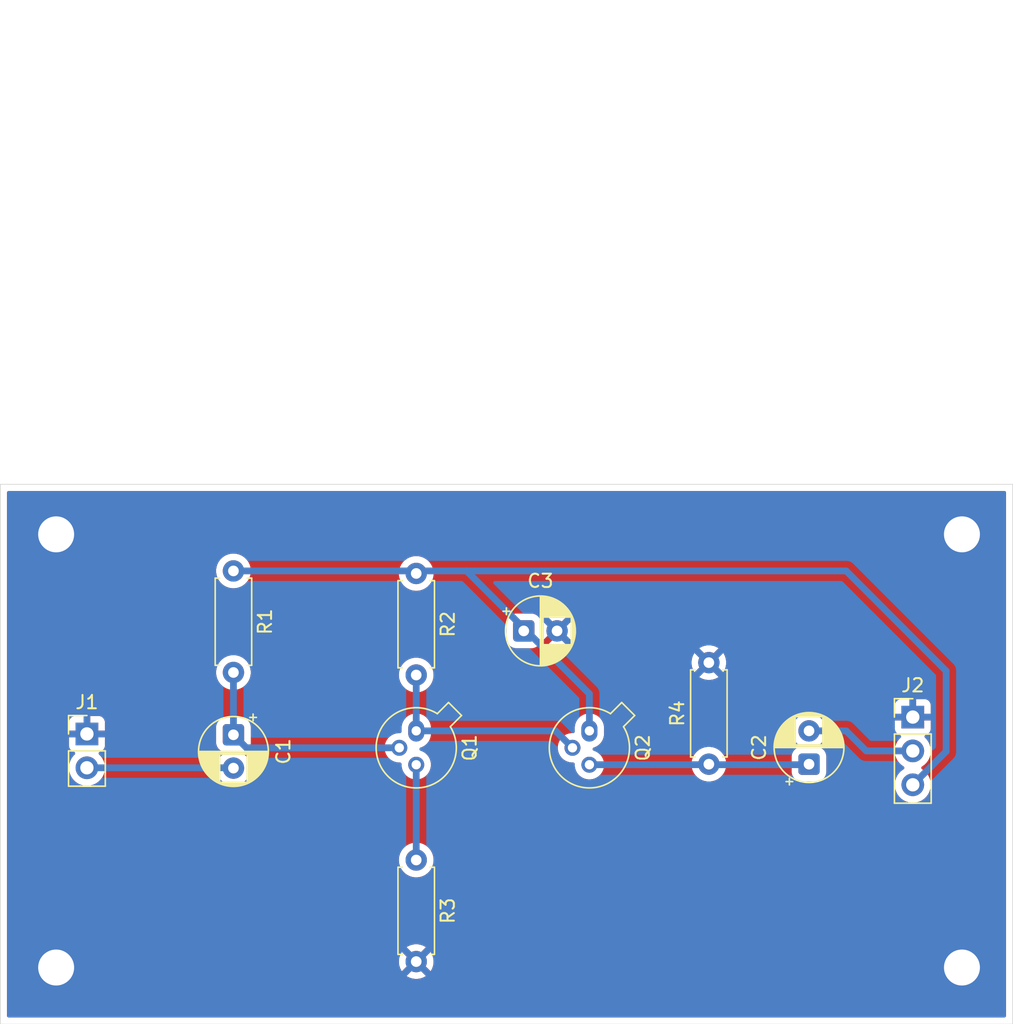
<source format=kicad_pcb>
(kicad_pcb (version 20241229) (generator "pcbnew") (generator_version "9.0")
  (layers (0 "F.Cu" signal) (2 "B.Cu" signal) (13 "F.Paste" user) (15 "B.Paste" user) (5 "F.SilkS" user "F.Silkscreen") (7 "B.SilkS" user "B.Silkscreen") (1 "F.Mask" user) (3 "B.Mask" user) (25 "Edge.Cuts" user))
  (net 0 "")
  (net 1 "0")
  (net 2 "Net-(J1-Pin_2)")
  (net 3 "Net-(Q1-B)")
  (net 4 "Net-(Q2-E)")
  (net 5 "/out")
  (net 6 "/+12V")
  (net 7 "Net-(Q1-C)")
  (net 8 "Net-(Q1-E)")
  (footprint "Package_TO_SOT_THT:TO-18-3" (layer "F.Cu") (at 127.221961 95.5 -90)
    (property "Reference" "Q2" (at 1.27 -4.01 90) (layer "F.SilkS"))
    (property "Value" "2N2222")
    (fp_line (start -2.130108 -2.424301) (end -1.289618 -1.583811) (stroke (width 0.12)) (layer "F.SilkS"))
    (fp_line (start -0.313811 -2.559618) (end -1.154301 -3.400108) (stroke (width 0.12)) (layer "F.SilkS"))
    (fp_line (start -1.154301 -3.400108) (end -2.130108 -2.424301) (stroke (width 0.12)) (layer "F.SilkS"))
    (fp_arc (start -0.313811 -2.559618) (mid 3.398391 2.128391) (end -1.289618 -1.583811) (stroke (width 0.12)) (layer "F.SilkS"))
    (pad "1" thru_hole oval (at 0 0 270) (size 1.6 1.2) (drill 0.7) (layers "*.Cu" "*.Mask") (net 6 "/+12V"))
    (pad "2" thru_hole circle (at 1.27 1.27 270) (size 1.2 1.2) (drill 0.7) (layers "*.Cu" "*.Mask") (net 7 "Net-(Q1-C)"))
    (pad "3" thru_hole circle (at 2.54 0 270) (size 1.2 1.2) (drill 0.7) (layers "*.Cu" "*.Mask") (net 4 "Net-(Q2-E)"))
  )
  (footprint "MountingHole:MountingHole_2.7mm_Pad" (layer "F.Cu") (at 155.19 113.254888)
    (property "Reference" "REF3" (hide yes))
    (property "Value" "MountingHole_2.7mm_Pad" (hide yes))
    (pad "1" thru_hole roundrect (at 0 0) (size 5.4 5.4) (drill 2.7) (layers "*.Cu" "*.Mask") (net 1 "0"))
  )
  (footprint "MountingHole:MountingHole_2.7mm_Pad" (layer "F.Cu") (at 87.19 80.754888)
    (property "Reference" "REF1" (hide yes))
    (property "Value" "MountingHole_2.7mm_Pad" (hide yes))
    (pad "1" thru_hole circle (at 0 0) (size 5.4 5.4) (drill 2.7) (layers "*.Cu" "*.Mask") (net 1 "0"))
  )
  (footprint "Connector_PinHeader_2.54mm:PinHeader_1x02_P2.54mm_Vertical" (layer "F.Cu") (at 89.5 95.729888)
    (property "Reference" "J1" (at 0 -2.38 0) (layer "F.SilkS"))
    (property "Value" "Conn_01x02")
    (fp_line (start -1.38 -1.38) (end 0 -1.38) (stroke (width 0.12)) (layer "F.SilkS"))
    (fp_line (start -1.38 0) (end -1.38 -1.38) (stroke (width 0.12)) (layer "F.SilkS"))
    (fp_line (start -1.38 1.27) (end -1.38 3.92) (stroke (width 0.12)) (layer "F.SilkS"))
    (fp_line (start -1.38 1.27) (end 1.38 1.27) (stroke (width 0.12)) (layer "F.SilkS"))
    (fp_line (start -1.38 3.92) (end 1.38 3.92) (stroke (width 0.12)) (layer "F.SilkS"))
    (fp_line (start 1.38 1.27) (end 1.38 3.92) (stroke (width 0.12)) (layer "F.SilkS"))
    (pad "1" thru_hole rect (at 0 0) (size 1.7 1.7) (drill 1) (layers "*.Cu" "*.Mask") (net 1 "0"))
    (pad "2" thru_hole circle (at 0 2.54) (size 1.7 1.7) (drill 1) (layers "*.Cu" "*.Mask") (net 2 "Net-(J1-Pin_2)"))
  )
  (footprint "Resistor_THT:R_Axial_DIN0207_L6.3mm_D2.5mm_P7.62mm_Horizontal" (layer "F.Cu") (at 136.19 98 90)
    (property "Reference" "R4" (at 3.81 -2.37 90) (layer "F.SilkS"))
    (property "Value" "1k")
    (fp_line (start 7.08 -1.37) (end 7.08 -1.04) (stroke (width 0.12)) (layer "F.SilkS"))
    (fp_line (start 0.54 -1.37) (end 7.08 -1.37) (stroke (width 0.12)) (layer "F.SilkS"))
    (fp_line (start 0.54 -1.04) (end 0.54 -1.37) (stroke (width 0.12)) (layer "F.SilkS"))
    (fp_line (start 0.54 1.04) (end 0.54 1.37) (stroke (width 0.12)) (layer "F.SilkS"))
    (fp_line (start 7.08 1.37) (end 7.08 1.04) (stroke (width 0.12)) (layer "F.SilkS"))
    (fp_line (start 0.54 1.37) (end 7.08 1.37) (stroke (width 0.12)) (layer "F.SilkS"))
    (pad "1" thru_hole circle (at 0 0 90) (size 1.6 1.6) (drill 0.8) (layers "*.Cu" "*.Mask") (net 4 "Net-(Q2-E)"))
    (pad "2" thru_hole circle (at 7.62 0 90) (size 1.6 1.6) (drill 0.8) (layers "*.Cu" "*.Mask") (net 1 "0"))
  )
  (footprint "Package_TO_SOT_THT:TO-18-3" (layer "F.Cu") (at 114.221961 95.5 -90)
    (property "Reference" "Q1" (at 1.27 -4.01 90) (layer "F.SilkS"))
    (property "Value" "2N2222")
    (fp_line (start -2.130108 -2.424301) (end -1.289618 -1.583811) (stroke (width 0.12)) (layer "F.SilkS"))
    (fp_line (start -0.313811 -2.559618) (end -1.154301 -3.400108) (stroke (width 0.12)) (layer "F.SilkS"))
    (fp_line (start -1.154301 -3.400108) (end -2.130108 -2.424301) (stroke (width 0.12)) (layer "F.SilkS"))
    (fp_arc (start -0.313811 -2.559618) (mid 3.398391 2.128391) (end -1.289618 -1.583811) (stroke (width 0.12)) (layer "F.SilkS"))
    (pad "1" thru_hole oval (at 0 0 270) (size 1.6 1.2) (drill 0.7) (layers "*.Cu" "*.Mask") (net 7 "Net-(Q1-C)"))
    (pad "2" thru_hole circle (at 1.27 1.27 270) (size 1.2 1.2) (drill 0.7) (layers "*.Cu" "*.Mask") (net 3 "Net-(Q1-B)"))
    (pad "3" thru_hole circle (at 2.54 0 270) (size 1.2 1.2) (drill 0.7) (layers "*.Cu" "*.Mask") (net 8 "Net-(Q1-E)"))
  )
  (footprint "Connector_PinHeader_2.54mm:PinHeader_1x03_P2.54mm_Vertical" (layer "F.Cu") (at 151.5 94.464888)
    (property "Reference" "J2" (at 0 -2.38 0) (layer "F.SilkS"))
    (property "Value" "Conn_01x03")
    (fp_line (start -1.38 -1.38) (end 0 -1.38) (stroke (width 0.12)) (layer "F.SilkS"))
    (fp_line (start -1.38 0) (end -1.38 -1.38) (stroke (width 0.12)) (layer "F.SilkS"))
    (fp_line (start -1.38 1.27) (end -1.38 6.46) (stroke (width 0.12)) (layer "F.SilkS"))
    (fp_line (start -1.38 1.27) (end 1.38 1.27) (stroke (width 0.12)) (layer "F.SilkS"))
    (fp_line (start -1.38 6.46) (end 1.38 6.46) (stroke (width 0.12)) (layer "F.SilkS"))
    (fp_line (start 1.38 1.27) (end 1.38 6.46) (stroke (width 0.12)) (layer "F.SilkS"))
    (pad "1" thru_hole rect (at 0 0) (size 1.7 1.7) (drill 1) (layers "*.Cu" "*.Mask") (net 1 "0"))
    (pad "2" thru_hole circle (at 0 2.54) (size 1.7 1.7) (drill 1) (layers "*.Cu" "*.Mask") (net 5 "/out"))
    (pad "3" thru_hole circle (at 0 5.08) (size 1.7 1.7) (drill 1) (layers "*.Cu" "*.Mask") (net 6 "/+12V"))
  )
  (footprint "Capacitor_THT:CP_Radial_D5.0mm_P2.50mm" (layer "F.Cu") (at 122.294888 88)
    (property "Reference" "C3" (at 1.25 -3.75 0) (layer "F.SilkS"))
    (property "Value" "10u")
    (fp_line (start -1.554775 -1.475) (end -1.054775 -1.475) (stroke (width 0.12)) (layer "F.SilkS"))
    (fp_line (start -1.304775 -1.725) (end -1.304775 -1.225) (stroke (width 0.12)) (layer "F.SilkS"))
    (fp_line (start 1.25 -2.58) (end 1.25 2.58) (stroke (width 0.12)) (layer "F.SilkS"))
    (fp_line (start 1.29 -2.58) (end 1.29 2.58) (stroke (width 0.12)) (layer "F.SilkS"))
    (fp_line (start 1.33 -2.579) (end 1.33 2.579) (stroke (width 0.12)) (layer "F.SilkS"))
    (fp_line (start 1.37 -2.577) (end 1.37 2.577) (stroke (width 0.12)) (layer "F.SilkS"))
    (fp_line (start 1.41 -2.575) (end 1.41 2.575) (stroke (width 0.12)) (layer "F.SilkS"))
    (fp_line (start 1.45 -2.572) (end 1.45 2.572) (stroke (width 0.12)) (layer "F.SilkS"))
    (fp_line (start 1.49 -2.569) (end 1.49 -1.04) (stroke (width 0.12)) (layer "F.SilkS"))
    (fp_line (start 1.49 1.04) (end 1.49 2.569) (stroke (width 0.12)) (layer "F.SilkS"))
    (fp_line (start 1.53 -2.565) (end 1.53 -1.04) (stroke (width 0.12)) (layer "F.SilkS"))
    (fp_line (start 1.53 1.04) (end 1.53 2.565) (stroke (width 0.12)) (layer "F.SilkS"))
    (fp_line (start 1.57 -2.56) (end 1.57 -1.04) (stroke (width 0.12)) (layer "F.SilkS"))
    (fp_line (start 1.57 1.04) (end 1.57 2.56) (stroke (width 0.12)) (layer "F.SilkS"))
    (fp_line (start 1.61 -2.555) (end 1.61 -1.04) (stroke (width 0.12)) (layer "F.SilkS"))
    (fp_line (start 1.61 1.04) (end 1.61 2.555) (stroke (width 0.12)) (layer "F.SilkS"))
    (fp_line (start 1.65 -2.549) (end 1.65 -1.04) (stroke (width 0.12)) (layer "F.SilkS"))
    (fp_line (start 1.65 1.04) (end 1.65 2.549) (stroke (width 0.12)) (layer "F.SilkS"))
    (fp_line (start 1.69 -2.543) (end 1.69 -1.04) (stroke (width 0.12)) (layer "F.SilkS"))
    (fp_line (start 1.69 1.04) (end 1.69 2.543) (stroke (width 0.12)) (layer "F.SilkS"))
    (fp_line (start 1.73 -2.536) (end 1.73 -1.04) (stroke (width 0.12)) (layer "F.SilkS"))
    (fp_line (start 1.73 1.04) (end 1.73 2.536) (stroke (width 0.12)) (layer "F.SilkS"))
    (fp_line (start 1.77 -2.528) (end 1.77 -1.04) (stroke (width 0.12)) (layer "F.SilkS"))
    (fp_line (start 1.77 1.04) (end 1.77 2.528) (stroke (width 0.12)) (layer "F.SilkS"))
    (fp_line (start 1.81 -2.519) (end 1.81 -1.04) (stroke (width 0.12)) (layer "F.SilkS"))
    (fp_line (start 1.81 1.04) (end 1.81 2.519) (stroke (width 0.12)) (layer "F.SilkS"))
    (fp_line (start 1.85 -2.51) (end 1.85 -1.04) (stroke (width 0.12)) (layer "F.SilkS"))
    (fp_line (start 1.85 1.04) (end 1.85 2.51) (stroke (width 0.12)) (layer "F.SilkS"))
    (fp_line (start 1.89 -2.501) (end 1.89 -1.04) (stroke (width 0.12)) (layer "F.SilkS"))
    (fp_line (start 1.89 1.04) (end 1.89 2.501) (stroke (width 0.12)) (layer "F.SilkS"))
    (fp_line (start 1.93 -2.49) (end 1.93 -1.04) (stroke (width 0.12)) (layer "F.SilkS"))
    (fp_line (start 1.93 1.04) (end 1.93 2.49) (stroke (width 0.12)) (layer "F.SilkS"))
    (fp_line (start 1.97 -2.479) (end 1.97 -1.04) (stroke (width 0.12)) (layer "F.SilkS"))
    (fp_line (start 1.97 1.04) (end 1.97 2.479) (stroke (width 0.12)) (layer "F.SilkS"))
    (fp_line (start 2.01 -2.467) (end 2.01 -1.04) (stroke (width 0.12)) (layer "F.SilkS"))
    (fp_line (start 2.01 1.04) (end 2.01 2.467) (stroke (width 0.12)) (layer "F.SilkS"))
    (fp_line (start 2.05 -2.455) (end 2.05 -1.04) (stroke (width 0.12)) (layer "F.SilkS"))
    (fp_line (start 2.05 1.04) (end 2.05 2.455) (stroke (width 0.12)) (layer "F.SilkS"))
    (fp_line (start 2.09 -2.442) (end 2.09 -1.04) (stroke (width 0.12)) (layer "F.SilkS"))
    (fp_line (start 2.09 1.04) (end 2.09 2.442) (stroke (width 0.12)) (layer "F.SilkS"))
    (fp_line (start 2.13 -2.428) (end 2.13 -1.04) (stroke (width 0.12)) (layer "F.SilkS"))
    (fp_line (start 2.13 1.04) (end 2.13 2.428) (stroke (width 0.12)) (layer "F.SilkS"))
    (fp_line (start 2.17 -2.413) (end 2.17 -1.04) (stroke (width 0.12)) (layer "F.SilkS"))
    (fp_line (start 2.17 1.04) (end 2.17 2.413) (stroke (width 0.12)) (layer "F.SilkS"))
    (fp_line (start 2.21 -2.398) (end 2.21 -1.04) (stroke (width 0.12)) (layer "F.SilkS"))
    (fp_line (start 2.21 1.04) (end 2.21 2.398) (stroke (width 0.12)) (layer "F.SilkS"))
    (fp_line (start 2.25 -2.382) (end 2.25 -1.04) (stroke (width 0.12)) (layer "F.SilkS"))
    (fp_line (start 2.25 1.04) (end 2.25 2.382) (stroke (width 0.12)) (layer "F.SilkS"))
    (fp_line (start 2.29 -2.365) (end 2.29 -1.04) (stroke (width 0.12)) (layer "F.SilkS"))
    (fp_line (start 2.29 1.04) (end 2.29 2.365) (stroke (width 0.12)) (layer "F.SilkS"))
    (fp_line (start 2.33 -2.347) (end 2.33 -1.04) (stroke (width 0.12)) (layer "F.SilkS"))
    (fp_line (start 2.33 1.04) (end 2.33 2.347) (stroke (width 0.12)) (layer "F.SilkS"))
    (fp_line (start 2.37 -2.329) (end 2.37 -1.04) (stroke (width 0.12)) (layer "F.SilkS"))
    (fp_line (start 2.37 1.04) (end 2.37 2.329) (stroke (width 0.12)) (layer "F.SilkS"))
    (fp_line (start 2.41 -2.309) (end 2.41 -1.04) (stroke (width 0.12)) (layer "F.SilkS"))
    (fp_line (start 2.41 1.04) (end 2.41 2.309) (stroke (width 0.12)) (layer "F.SilkS"))
    (fp_line (start 2.45 -2.289) (end 2.45 -1.04) (stroke (width 0.12)) (layer "F.SilkS"))
    (fp_line (start 2.45 1.04) (end 2.45 2.289) (stroke (width 0.12)) (layer "F.SilkS"))
    (fp_line (start 2.49 -2.268) (end 2.49 -1.04) (stroke (width 0.12)) (layer "F.SilkS"))
    (fp_line (start 2.49 1.04) (end 2.49 2.268) (stroke (width 0.12)) (layer "F.SilkS"))
    (fp_line (start 2.53 -2.246) (end 2.53 -1.04) (stroke (width 0.12)) (layer "F.SilkS"))
    (fp_line (start 2.53 1.04) (end 2.53 2.246) (stroke (width 0.12)) (layer "F.SilkS"))
    (fp_line (start 2.57 -2.223) (end 2.57 -1.04) (stroke (width 0.12)) (layer "F.SilkS"))
    (fp_line (start 2.57 1.04) (end 2.57 2.223) (stroke (width 0.12)) (layer "F.SilkS"))
    (fp_line (start 2.61 -2.199) (end 2.61 -1.04) (stroke (width 0.12)) (layer "F.SilkS"))
    (fp_line (start 2.61 1.04) (end 2.61 2.199) (stroke (width 0.12)) (layer "F.SilkS"))
    (fp_line (start 2.65 -2.175) (end 2.65 -1.04) (stroke (width 0.12)) (layer "F.SilkS"))
    (fp_line (start 2.65 1.04) (end 2.65 2.175) (stroke (width 0.12)) (layer "F.SilkS"))
    (fp_line (start 2.69 -2.149) (end 2.69 -1.04) (stroke (width 0.12)) (layer "F.SilkS"))
    (fp_line (start 2.69 1.04) (end 2.69 2.149) (stroke (width 0.12)) (layer "F.SilkS"))
    (fp_line (start 2.73 -2.122) (end 2.73 -1.04) (stroke (width 0.12)) (layer "F.SilkS"))
    (fp_line (start 2.73 1.04) (end 2.73 2.122) (stroke (width 0.12)) (layer "F.SilkS"))
    (fp_line (start 2.77 -2.094) (end 2.77 -1.04) (stroke (width 0.12)) (layer "F.SilkS"))
    (fp_line (start 2.77 1.04) (end 2.77 2.094) (stroke (width 0.12)) (layer "F.SilkS"))
    (fp_line (start 2.81 -2.065) (end 2.81 -1.04) (stroke (width 0.12)) (layer "F.SilkS"))
    (fp_line (start 2.81 1.04) (end 2.81 2.065) (stroke (width 0.12)) (layer "F.SilkS"))
    (fp_line (start 2.85 -2.035) (end 2.85 -1.04) (stroke (width 0.12)) (layer "F.SilkS"))
    (fp_line (start 2.85 1.04) (end 2.85 2.035) (stroke (width 0.12)) (layer "F.SilkS"))
    (fp_line (start 2.89 -2.003) (end 2.89 -1.04) (stroke (width 0.12)) (layer "F.SilkS"))
    (fp_line (start 2.89 1.04) (end 2.89 2.003) (stroke (width 0.12)) (layer "F.SilkS"))
    (fp_line (start 2.93 -1.97) (end 2.93 -1.04) (stroke (width 0.12)) (layer "F.SilkS"))
    (fp_line (start 2.93 1.04) (end 2.93 1.97) (stroke (width 0.12)) (layer "F.SilkS"))
    (fp_line (start 2.97 -1.936) (end 2.97 -1.04) (stroke (width 0.12)) (layer "F.SilkS"))
    (fp_line (start 2.97 1.04) (end 2.97 1.936) (stroke (width 0.12)) (layer "F.SilkS"))
    (fp_line (start 3.01 -1.901) (end 3.01 -1.04) (stroke (width 0.12)) (layer "F.SilkS"))
    (fp_line (start 3.01 1.04) (end 3.01 1.901) (stroke (width 0.12)) (layer "F.SilkS"))
    (fp_line (start 3.05 -1.864) (end 3.05 -1.04) (stroke (width 0.12)) (layer "F.SilkS"))
    (fp_line (start 3.05 1.04) (end 3.05 1.864) (stroke (width 0.12)) (layer "F.SilkS"))
    (fp_line (start 3.09 -1.825) (end 3.09 -1.04) (stroke (width 0.12)) (layer "F.SilkS"))
    (fp_line (start 3.09 1.04) (end 3.09 1.825) (stroke (width 0.12)) (layer "F.SilkS"))
    (fp_line (start 3.13 -1.785) (end 3.13 -1.04) (stroke (width 0.12)) (layer "F.SilkS"))
    (fp_line (start 3.13 1.04) (end 3.13 1.785) (stroke (width 0.12)) (layer "F.SilkS"))
    (fp_line (start 3.17 -1.743) (end 3.17 -1.04) (stroke (width 0.12)) (layer "F.SilkS"))
    (fp_line (start 3.17 1.04) (end 3.17 1.743) (stroke (width 0.12)) (layer "F.SilkS"))
    (fp_line (start 3.21 -1.699) (end 3.21 -1.04) (stroke (width 0.12)) (layer "F.SilkS"))
    (fp_line (start 3.21 1.04) (end 3.21 1.699) (stroke (width 0.12)) (layer "F.SilkS"))
    (fp_line (start 3.25 -1.652) (end 3.25 -1.04) (stroke (width 0.12)) (layer "F.SilkS"))
    (fp_line (start 3.25 1.04) (end 3.25 1.652) (stroke (width 0.12)) (layer "F.SilkS"))
    (fp_line (start 3.29 -1.604) (end 3.29 -1.04) (stroke (width 0.12)) (layer "F.SilkS"))
    (fp_line (start 3.29 1.04) (end 3.29 1.604) (stroke (width 0.12)) (layer "F.SilkS"))
    (fp_line (start 3.33 -1.553) (end 3.33 -1.04) (stroke (width 0.12)) (layer "F.SilkS"))
    (fp_line (start 3.33 1.04) (end 3.33 1.553) (stroke (width 0.12)) (layer "F.SilkS"))
    (fp_line (start 3.37 -1.499) (end 3.37 -1.04) (stroke (width 0.12)) (layer "F.SilkS"))
    (fp_line (start 3.37 1.04) (end 3.37 1.499) (stroke (width 0.12)) (layer "F.SilkS"))
    (fp_line (start 3.41 -1.443) (end 3.41 -1.04) (stroke (width 0.12)) (layer "F.SilkS"))
    (fp_line (start 3.41 1.04) (end 3.41 1.443) (stroke (width 0.12)) (layer "F.SilkS"))
    (fp_line (start 3.45 -1.383) (end 3.45 -1.04) (stroke (width 0.12)) (layer "F.SilkS"))
    (fp_line (start 3.45 1.04) (end 3.45 1.383) (stroke (width 0.12)) (layer "F.SilkS"))
    (fp_line (start 3.49 -1.319) (end 3.49 -1.04) (stroke (width 0.12)) (layer "F.SilkS"))
    (fp_line (start 3.49 1.04) (end 3.49 1.319) (stroke (width 0.12)) (layer "F.SilkS"))
    (fp_line (start 3.53 -1.251) (end 3.53 -1.04) (stroke (width 0.12)) (layer "F.SilkS"))
    (fp_line (start 3.53 1.04) (end 3.53 1.251) (stroke (width 0.12)) (layer "F.SilkS"))
    (fp_line (start 3.57 -1.177) (end 3.57 1.177) (stroke (width 0.12)) (layer "F.SilkS"))
    (fp_line (start 3.61 -1.098) (end 3.61 1.098) (stroke (width 0.12)) (layer "F.SilkS"))
    (fp_line (start 3.65 -1.011) (end 3.65 1.011) (stroke (width 0.12)) (layer "F.SilkS"))
    (fp_line (start 3.69 -0.914) (end 3.69 0.914) (stroke (width 0.12)) (layer "F.SilkS"))
    (fp_line (start 3.73 -0.805) (end 3.73 0.805) (stroke (width 0.12)) (layer "F.SilkS"))
    (fp_line (start 3.77 -0.677) (end 3.77 0.677) (stroke (width 0.12)) (layer "F.SilkS"))
    (fp_line (start 3.81 -0.517) (end 3.81 0.517) (stroke (width 0.12)) (layer "F.SilkS"))
    (fp_line (start 3.85 -0.283) (end 3.85 0.283) (stroke (width 0.12)) (layer "F.SilkS"))
    (fp_circle (center 1.25 0) (end 3.87 0) (stroke (width 0.12)) (fill no) (layer "F.SilkS"))
    (pad "1" thru_hole roundrect (at 0 0) (size 1.6 1.6) (drill 0.8) (layers "*.Cu" "*.Mask") (roundrect_rratio 0.15625) (net 6 "/+12V"))
    (pad "2" thru_hole circle (at 2.5 0) (size 1.6 1.6) (drill 0.8) (layers "*.Cu" "*.Mask") (net 1 "0"))
  )
  (footprint "Resistor_THT:R_Axial_DIN0207_L6.3mm_D2.5mm_P7.62mm_Horizontal" (layer "F.Cu") (at 114.221961 105.19 -90)
    (property "Reference" "R3" (at 3.81 -2.37 90) (layer "F.SilkS"))
    (property "Value" "1k")
    (fp_line (start 0.54 1.37) (end 7.08 1.37) (stroke (width 0.12)) (layer "F.SilkS"))
    (fp_line (start 7.08 1.37) (end 7.08 1.04) (stroke (width 0.12)) (layer "F.SilkS"))
    (fp_line (start 0.54 1.04) (end 0.54 1.37) (stroke (width 0.12)) (layer "F.SilkS"))
    (fp_line (start 0.54 -1.04) (end 0.54 -1.37) (stroke (width 0.12)) (layer "F.SilkS"))
    (fp_line (start 0.54 -1.37) (end 7.08 -1.37) (stroke (width 0.12)) (layer "F.SilkS"))
    (fp_line (start 7.08 -1.37) (end 7.08 -1.04) (stroke (width 0.12)) (layer "F.SilkS"))
    (pad "1" thru_hole circle (at 0 0 270) (size 1.6 1.6) (drill 0.8) (layers "*.Cu" "*.Mask") (net 8 "Net-(Q1-E)"))
    (pad "2" thru_hole circle (at 7.62 0 270) (size 1.6 1.6) (drill 0.8) (layers "*.Cu" "*.Mask") (net 1 "0"))
  )
  (footprint "Resistor_THT:R_Axial_DIN0207_L6.3mm_D2.5mm_P7.62mm_Horizontal" (layer "F.Cu") (at 100.5 83.5 -90)
    (property "Reference" "R1" (at 3.81 -2.37 90) (layer "F.SilkS"))
    (property "Value" "1Meg")
    (fp_line (start 0.54 1.37) (end 7.08 1.37) (stroke (width 0.12)) (layer "F.SilkS"))
    (fp_line (start 7.08 1.37) (end 7.08 1.04) (stroke (width 0.12)) (layer "F.SilkS"))
    (fp_line (start 0.54 1.04) (end 0.54 1.37) (stroke (width 0.12)) (layer "F.SilkS"))
    (fp_line (start 0.54 -1.04) (end 0.54 -1.37) (stroke (width 0.12)) (layer "F.SilkS"))
    (fp_line (start 0.54 -1.37) (end 7.08 -1.37) (stroke (width 0.12)) (layer "F.SilkS"))
    (fp_line (start 7.08 -1.37) (end 7.08 -1.04) (stroke (width 0.12)) (layer "F.SilkS"))
    (pad "1" thru_hole circle (at 0 0 270) (size 1.6 1.6) (drill 0.8) (layers "*.Cu" "*.Mask") (net 6 "/+12V"))
    (pad "2" thru_hole circle (at 7.62 0 270) (size 1.6 1.6) (drill 0.8) (layers "*.Cu" "*.Mask") (net 3 "Net-(Q1-B)"))
  )
  (footprint "MountingHole:MountingHole_2.7mm_Pad" (layer "F.Cu") (at 87.19 113.254888)
    (property "Reference" "REF4" (hide yes))
    (property "Value" "MountingHole_2.7mm_Pad" (hide yes))
    (pad "1" thru_hole circle (at 0 0) (size 5.4 5.4) (drill 2.7) (layers "*.Cu" "*.Mask") (net 1 "0"))
  )
  (footprint "MountingHole:MountingHole_2.7mm_Pad" (layer "F.Cu") (at 155.19 80.754888)
    (property "Reference" "REF2" (hide yes))
    (property "Value" "MountingHole_2.7mm_Pad" (hide yes))
    (pad "1" thru_hole circle (at 0 0) (size 5.4 5.4) (drill 2.7) (layers "*.Cu" "*.Mask") (net 1 "0"))
  )
  (footprint "Resistor_THT:R_Axial_DIN0207_L6.3mm_D2.5mm_P7.62mm_Horizontal" (layer "F.Cu") (at 114.221961 83.69 -90)
    (property "Reference" "R2" (at 3.81 -2.37 90) (layer "F.SilkS"))
    (property "Value" "5.1k")
    (fp_line (start 0.54 1.37) (end 7.08 1.37) (stroke (width 0.12)) (layer "F.SilkS"))
    (fp_line (start 7.08 1.37) (end 7.08 1.04) (stroke (width 0.12)) (layer "F.SilkS"))
    (fp_line (start 0.54 1.04) (end 0.54 1.37) (stroke (width 0.12)) (layer "F.SilkS"))
    (fp_line (start 0.54 -1.04) (end 0.54 -1.37) (stroke (width 0.12)) (layer "F.SilkS"))
    (fp_line (start 0.54 -1.37) (end 7.08 -1.37) (stroke (width 0.12)) (layer "F.SilkS"))
    (fp_line (start 7.08 -1.37) (end 7.08 -1.04) (stroke (width 0.12)) (layer "F.SilkS"))
    (pad "1" thru_hole circle (at 0 0 270) (size 1.6 1.6) (drill 0.8) (layers "*.Cu" "*.Mask") (net 6 "/+12V"))
    (pad "2" thru_hole circle (at 7.62 0 270) (size 1.6 1.6) (drill 0.8) (layers "*.Cu" "*.Mask") (net 7 "Net-(Q1-C)"))
  )
  (footprint "Capacitor_THT:CP_Radial_D5.0mm_P2.50mm" (layer "F.Cu") (at 100.5 95.794888 -90)
    (property "Reference" "C1" (at 1.25 -3.75 90) (layer "F.SilkS"))
    (property "Value" "10u")
    (fp_line (start 1.49 1.04) (end 1.49 2.569) (stroke (width 0.12)) (layer "F.SilkS"))
    (fp_line (start 1.53 1.04) (end 1.53 2.565) (stroke (width 0.12)) (layer "F.SilkS"))
    (fp_line (start 1.57 1.04) (end 1.57 2.56) (stroke (width 0.12)) (layer "F.SilkS"))
    (fp_line (start 1.61 1.04) (end 1.61 2.555) (stroke (width 0.12)) (layer "F.SilkS"))
    (fp_line (start 1.65 1.04) (end 1.65 2.549) (stroke (width 0.12)) (layer "F.SilkS"))
    (fp_line (start 1.69 1.04) (end 1.69 2.543) (stroke (width 0.12)) (layer "F.SilkS"))
    (fp_line (start 1.73 1.04) (end 1.73 2.536) (stroke (width 0.12)) (layer "F.SilkS"))
    (fp_line (start 1.77 1.04) (end 1.77 2.528) (stroke (width 0.12)) (layer "F.SilkS"))
    (fp_line (start 1.81 1.04) (end 1.81 2.519) (stroke (width 0.12)) (layer "F.SilkS"))
    (fp_line (start 1.85 1.04) (end 1.85 2.51) (stroke (width 0.12)) (layer "F.SilkS"))
    (fp_line (start 1.89 1.04) (end 1.89 2.501) (stroke (width 0.12)) (layer "F.SilkS"))
    (fp_line (start 1.93 1.04) (end 1.93 2.49) (stroke (width 0.12)) (layer "F.SilkS"))
    (fp_line (start 1.97 1.04) (end 1.97 2.479) (stroke (width 0.12)) (layer "F.SilkS"))
    (fp_line (start 2.01 1.04) (end 2.01 2.467) (stroke (width 0.12)) (layer "F.SilkS"))
    (fp_line (start 2.05 1.04) (end 2.05 2.455) (stroke (width 0.12)) (layer "F.SilkS"))
    (fp_line (start 2.09 1.04) (end 2.09 2.442) (stroke (width 0.12)) (layer "F.SilkS"))
    (fp_line (start 2.13 1.04) (end 2.13 2.428) (stroke (width 0.12)) (layer "F.SilkS"))
    (fp_line (start 2.17 1.04) (end 2.17 2.413) (stroke (width 0.12)) (layer "F.SilkS"))
    (fp_line (start 2.21 1.04) (end 2.21 2.398) (stroke (width 0.12)) (layer "F.SilkS"))
    (fp_line (start 2.25 1.04) (end 2.25 2.382) (stroke (width 0.12)) (layer "F.SilkS"))
    (fp_line (start 2.29 1.04) (end 2.29 2.365) (stroke (width 0.12)) (layer "F.SilkS"))
    (fp_line (start 2.33 1.04) (end 2.33 2.347) (stroke (width 0.12)) (layer "F.SilkS"))
    (fp_line (start 2.37 1.04) (end 2.37 2.329) (stroke (width 0.12)) (layer "F.SilkS"))
    (fp_line (start 2.41 1.04) (end 2.41 2.309) (stroke (width 0.12)) (layer "F.SilkS"))
    (fp_line (start 2.45 1.04) (end 2.45 2.289) (stroke (width 0.12)) (layer "F.SilkS"))
    (fp_line (start 2.49 1.04) (end 2.49 2.268) (stroke (width 0.12)) (layer "F.SilkS"))
    (fp_line (start 2.53 1.04) (end 2.53 2.246) (stroke (width 0.12)) (layer "F.SilkS"))
    (fp_line (start 2.57 1.04) (end 2.57 2.223) (stroke (width 0.12)) (layer "F.SilkS"))
    (fp_line (start 2.61 1.04) (end 2.61 2.199) (stroke (width 0.12)) (layer "F.SilkS"))
    (fp_line (start 2.65 1.04) (end 2.65 2.175) (stroke (width 0.12)) (layer "F.SilkS"))
    (fp_line (start 2.69 1.04) (end 2.69 2.149) (stroke (width 0.12)) (layer "F.SilkS"))
    (fp_line (start 2.73 1.04) (end 2.73 2.122) (stroke (width 0.12)) (layer "F.SilkS"))
    (fp_line (start 2.77 1.04) (end 2.77 2.094) (stroke (width 0.12)) (layer "F.SilkS"))
    (fp_line (start 2.81 1.04) (end 2.81 2.065) (stroke (width 0.12)) (layer "F.SilkS"))
    (fp_line (start 2.85 1.04) (end 2.85 2.035) (stroke (width 0.12)) (layer "F.SilkS"))
    (fp_line (start 2.89 1.04) (end 2.89 2.003) (stroke (width 0.12)) (layer "F.SilkS"))
    (fp_line (start 2.93 1.04) (end 2.93 1.97) (stroke (width 0.12)) (layer "F.SilkS"))
    (fp_line (start 2.97 1.04) (end 2.97 1.936) (stroke (width 0.12)) (layer "F.SilkS"))
    (fp_line (start 3.01 1.04) (end 3.01 1.901) (stroke (width 0.12)) (layer "F.SilkS"))
    (fp_line (start 3.05 1.04) (end 3.05 1.864) (stroke (width 0.12)) (layer "F.SilkS"))
    (fp_line (start 3.09 1.04) (end 3.09 1.825) (stroke (width 0.12)) (layer "F.SilkS"))
    (fp_line (start 3.13 1.04) (end 3.13 1.785) (stroke (width 0.12)) (layer "F.SilkS"))
    (fp_line (start 3.17 1.04) (end 3.17 1.743) (stroke (width 0.12)) (layer "F.SilkS"))
    (fp_line (start 3.21 1.04) (end 3.21 1.699) (stroke (width 0.12)) (layer "F.SilkS"))
    (fp_line (start 3.25 1.04) (end 3.25 1.652) (stroke (width 0.12)) (layer "F.SilkS"))
    (fp_line (start 3.29 1.04) (end 3.29 1.604) (stroke (width 0.12)) (layer "F.SilkS"))
    (fp_line (start 3.33 1.04) (end 3.33 1.553) (stroke (width 0.12)) (layer "F.SilkS"))
    (fp_line (start 3.37 1.04) (end 3.37 1.499) (stroke (width 0.12)) (layer "F.SilkS"))
    (fp_line (start 3.41 1.04) (end 3.41 1.443) (stroke (width 0.12)) (layer "F.SilkS"))
    (fp_line (start 3.45 1.04) (end 3.45 1.383) (stroke (width 0.12)) (layer "F.SilkS"))
    (fp_line (start 3.49 1.04) (end 3.49 1.319) (stroke (width 0.12)) (layer "F.SilkS"))
    (fp_line (start 3.53 1.04) (end 3.53 1.251) (stroke (width 0.12)) (layer "F.SilkS"))
    (fp_line (start 3.85 -0.283) (end 3.85 0.283) (stroke (width 0.12)) (layer "F.SilkS"))
    (fp_line (start 3.81 -0.517) (end 3.81 0.517) (stroke (width 0.12)) (layer "F.SilkS"))
    (fp_line (start 3.77 -0.677) (end 3.77 0.677) (stroke (width 0.12)) (layer "F.SilkS"))
    (fp_line (start 3.73 -0.805) (end 3.73 0.805) (stroke (width 0.12)) (layer "F.SilkS"))
    (fp_line (start 3.69 -0.914) (end 3.69 0.914) (stroke (width 0.12)) (layer "F.SilkS"))
    (fp_line (start 3.65 -1.011) (end 3.65 1.011) (stroke (width 0.12)) (layer "F.SilkS"))
    (fp_line (start 3.61 -1.098) (end 3.61 1.098) (stroke (width 0.12)) (layer "F.SilkS"))
    (fp_line (start 3.57 -1.177) (end 3.57 1.177) (stroke (width 0.12)) (layer "F.SilkS"))
    (fp_line (start 3.53 -1.251) (end 3.53 -1.04) (stroke (width 0.12)) (layer "F.SilkS"))
    (fp_line (start 3.49 -1.319) (end 3.49 -1.04) (stroke (width 0.12)) (layer "F.SilkS"))
    (fp_line (start 3.45 -1.383) (end 3.45 -1.04) (stroke (width 0.12)) (layer "F.SilkS"))
    (fp_line (start 3.41 -1.443) (end 3.41 -1.04) (stroke (width 0.12)) (layer "F.SilkS"))
    (fp_line (start -1.554775 -1.475) (end -1.054775 -1.475) (stroke (width 0.12)) (layer "F.SilkS"))
    (fp_line (start 3.37 -1.499) (end 3.37 -1.04) (stroke (width 0.12)) (layer "F.SilkS"))
    (fp_line (start 3.33 -1.553) (end 3.33 -1.04) (stroke (width 0.12)) (layer "F.SilkS"))
    (fp_line (start 3.29 -1.604) (end 3.29 -1.04) (stroke (width 0.12)) (layer "F.SilkS"))
    (fp_line (start 3.25 -1.652) (end 3.25 -1.04) (stroke (width 0.12)) (layer "F.SilkS"))
    (fp_line (start 3.21 -1.699) (end 3.21 -1.04) (stroke (width 0.12)) (layer "F.SilkS"))
    (fp_line (start -1.304775 -1.725) (end -1.304775 -1.225) (stroke (width 0.12)) (layer "F.SilkS"))
    (fp_line (start 3.17 -1.743) (end 3.17 -1.04) (stroke (width 0.12)) (layer "F.SilkS"))
    (fp_line (start 3.13 -1.785) (end 3.13 -1.04) (stroke (width 0.12)) (layer "F.SilkS"))
    (fp_line (start 3.09 -1.825) (end 3.09 -1.04) (stroke (width 0.12)) (layer "F.SilkS"))
    (fp_line (start 3.05 -1.864) (end 3.05 -1.04) (stroke (width 0.12)) (layer "F.SilkS"))
    (fp_line (start 3.01 -1.901) (end 3.01 -1.04) (stroke (width 0.12)) (layer "F.SilkS"))
    (fp_line (start 2.97 -1.936) (end 2.97 -1.04) (stroke (width 0.12)) (layer "F.SilkS"))
    (fp_line (start 2.93 -1.97) (end 2.93 -1.04) (stroke (width 0.12)) (layer "F.SilkS"))
    (fp_line (start 2.89 -2.003) (end 2.89 -1.04) (stroke (width 0.12)) (layer "F.SilkS"))
    (fp_line (start 2.85 -2.035) (end 2.85 -1.04) (stroke (width 0.12)) (layer "F.SilkS"))
    (fp_line (start 2.81 -2.065) (end 2.81 -1.04) (stroke (width 0.12)) (layer "F.SilkS"))
    (fp_line (start 2.77 -2.094) (end 2.77 -1.04) (stroke (width 0.12)) (layer "F.SilkS"))
    (fp_line (start 2.73 -2.122) (end 2.73 -1.04) (stroke (width 0.12)) (layer "F.SilkS"))
    (fp_line (start 2.69 -2.149) (end 2.69 -1.04) (stroke (width 0.12)) (layer "F.SilkS"))
    (fp_line (start 2.65 -2.175) (end 2.65 -1.04) (stroke (width 0.12)) (layer "F.SilkS"))
    (fp_line (start 2.61 -2.199) (end 2.61 -1.04) (stroke (width 0.12)) (layer "F.SilkS"))
    (fp_line (start 2.57 -2.223) (end 2.57 -1.04) (stroke (width 0.12)) (layer "F.SilkS"))
    (fp_line (start 2.53 -2.246) (end 2.53 -1.04) (stroke (width 0.12)) (layer "F.SilkS"))
    (fp_line (start 2.49 -2.268) (end 2.49 -1.04) (stroke (width 0.12)) (layer "F.SilkS"))
    (fp_line (start 2.45 -2.289) (end 2.45 -1.04) (stroke (width 0.12)) (layer "F.SilkS"))
    (fp_line (start 2.41 -2.309) (end 2.41 -1.04) (stroke (width 0.12)) (layer "F.SilkS"))
    (fp_line (start 2.37 -2.329) (end 2.37 -1.04) (stroke (width 0.12)) (layer "F.SilkS"))
    (fp_line (start 2.33 -2.347) (end 2.33 -1.04) (stroke (width 0.12)) (layer "F.SilkS"))
    (fp_line (start 2.29 -2.365) (end 2.29 -1.04) (stroke (width 0.12)) (layer "F.SilkS"))
    (fp_line (start 2.25 -2.382) (end 2.25 -1.04) (stroke (width 0.12)) (layer "F.SilkS"))
    (fp_line (start 2.21 -2.398) (end 2.21 -1.04) (stroke (width 0.12)) (layer "F.SilkS"))
    (fp_line (start 2.17 -2.413) (end 2.17 -1.04) (stroke (width 0.12)) (layer "F.SilkS"))
    (fp_line (start 2.13 -2.428) (end 2.13 -1.04) (stroke (width 0.12)) (layer "F.SilkS"))
    (fp_line (start 2.09 -2.442) (end 2.09 -1.04) (stroke (width 0.12)) (layer "F.SilkS"))
    (fp_line (start 2.05 -2.455) (end 2.05 -1.04) (stroke (width 0.12)) (layer "F.SilkS"))
    (fp_line (start 2.01 -2.467) (end 2.01 -1.04) (stroke (width 0.12)) (layer "F.SilkS"))
    (fp_line (start 1.97 -2.479) (end 1.97 -1.04) (stroke (width 0.12)) (layer "F.SilkS"))
    (fp_line (start 1.93 -2.49) (end 1.93 -1.04) (stroke (width 0.12)) (layer "F.SilkS"))
    (fp_line (start 1.89 -2.501) (end 1.89 -1.04) (stroke (width 0.12)) (layer "F.SilkS"))
    (fp_line (start 1.85 -2.51) (end 1.85 -1.04) (stroke (width 0.12)) (layer "F.SilkS"))
    (fp_line (start 1.81 -2.519) (end 1.81 -1.04) (stroke (width 0.12)) (layer "F.SilkS"))
    (fp_line (start 1.77 -2.528) (end 1.77 -1.04) (stroke (width 0.12)) (layer "F.SilkS"))
    (fp_line (start 1.73 -2.536) (end 1.73 -1.04) (stroke (width 0.12)) (layer "F.SilkS"))
    (fp_line (start 1.69 -2.543) (end 1.69 -1.04) (stroke (width 0.12)) (layer "F.SilkS"))
    (fp_line (start 1.65 -2.549) (end 1.65 -1.04) (stroke (width 0.12)) (layer "F.SilkS"))
    (fp_line (start 1.61 -2.555) (end 1.61 -1.04) (stroke (width 0.12)) (layer "F.SilkS"))
    (fp_line (start 1.57 -2.56) (end 1.57 -1.04) (stroke (width 0.12)) (layer "F.SilkS"))
    (fp_line (start 1.53 -2.565) (end 1.53 -1.04) (stroke (width 0.12)) (layer "F.SilkS"))
    (fp_line (start 1.49 -2.569) (end 1.49 -1.04) (stroke (width 0.12)) (layer "F.SilkS"))
    (fp_line (start 1.45 -2.572) (end 1.45 2.572) (stroke (width 0.12)) (layer "F.SilkS"))
    (fp_line (start 1.41 -2.575) (end 1.41 2.575) (stroke (width 0.12)) (layer "F.SilkS"))
    (fp_line (start 1.37 -2.577) (end 1.37 2.577) (stroke (width 0.12)) (layer "F.SilkS"))
    (fp_line (start 1.33 -2.579) (end 1.33 2.579) (stroke (width 0.12)) (layer "F.SilkS"))
    (fp_line (start 1.25 -2.58) (end 1.25 2.58) (stroke (width 0.12)) (layer "F.SilkS"))
    (fp_line (start 1.29 -2.58) (end 1.29 2.58) (stroke (width 0.12)) (layer "F.SilkS"))
    (fp_circle (center 1.25 0) (end 3.87 0) (stroke (width 0.12)) (fill no) (layer "F.SilkS"))
    (pad "1" thru_hole roundrect (at 0 0 270) (size 1.6 1.6) (drill 0.8) (layers "*.Cu" "*.Mask") (roundrect_rratio 0.15625) (net 3 "Net-(Q1-B)"))
    (pad "2" thru_hole circle (at 2.5 0 270) (size 1.6 1.6) (drill 0.8) (layers "*.Cu" "*.Mask") (net 2 "Net-(J1-Pin_2)"))
  )
  (footprint "Capacitor_THT:CP_Radial_D5.0mm_P2.50mm" (layer "F.Cu") (at 143.71 98 90)
    (property "Reference" "C2" (at 1.25 -3.75 90) (layer "F.SilkS"))
    (property "Value" "10u")
    (fp_line (start 1.29 -2.58) (end 1.29 2.58) (stroke (width 0.12)) (layer "F.SilkS"))
    (fp_line (start 1.25 -2.58) (end 1.25 2.58) (stroke (width 0.12)) (layer "F.SilkS"))
    (fp_line (start 1.33 -2.579) (end 1.33 2.579) (stroke (width 0.12)) (layer "F.SilkS"))
    (fp_line (start 1.37 -2.577) (end 1.37 2.577) (stroke (width 0.12)) (layer "F.SilkS"))
    (fp_line (start 1.41 -2.575) (end 1.41 2.575) (stroke (width 0.12)) (layer "F.SilkS"))
    (fp_line (start 1.45 -2.572) (end 1.45 2.572) (stroke (width 0.12)) (layer "F.SilkS"))
    (fp_line (start 1.49 -2.569) (end 1.49 -1.04) (stroke (width 0.12)) (layer "F.SilkS"))
    (fp_line (start 1.53 -2.565) (end 1.53 -1.04) (stroke (width 0.12)) (layer "F.SilkS"))
    (fp_line (start 1.57 -2.56) (end 1.57 -1.04) (stroke (width 0.12)) (layer "F.SilkS"))
    (fp_line (start 1.61 -2.555) (end 1.61 -1.04) (stroke (width 0.12)) (layer "F.SilkS"))
    (fp_line (start 1.65 -2.549) (end 1.65 -1.04) (stroke (width 0.12)) (layer "F.SilkS"))
    (fp_line (start 1.69 -2.543) (end 1.69 -1.04) (stroke (width 0.12)) (layer "F.SilkS"))
    (fp_line (start 1.73 -2.536) (end 1.73 -1.04) (stroke (width 0.12)) (layer "F.SilkS"))
    (fp_line (start 1.77 -2.528) (end 1.77 -1.04) (stroke (width 0.12)) (layer "F.SilkS"))
    (fp_line (start 1.81 -2.519) (end 1.81 -1.04) (stroke (width 0.12)) (layer "F.SilkS"))
    (fp_line (start 1.85 -2.51) (end 1.85 -1.04) (stroke (width 0.12)) (layer "F.SilkS"))
    (fp_line (start 1.89 -2.501) (end 1.89 -1.04) (stroke (width 0.12)) (layer "F.SilkS"))
    (fp_line (start 1.93 -2.49) (end 1.93 -1.04) (stroke (width 0.12)) (layer "F.SilkS"))
    (fp_line (start 1.97 -2.479) (end 1.97 -1.04) (stroke (width 0.12)) (layer "F.SilkS"))
    (fp_line (start 2.01 -2.467) (end 2.01 -1.04) (stroke (width 0.12)) (layer "F.SilkS"))
    (fp_line (start 2.05 -2.455) (end 2.05 -1.04) (stroke (width 0.12)) (layer "F.SilkS"))
    (fp_line (start 2.09 -2.442) (end 2.09 -1.04) (stroke (width 0.12)) (layer "F.SilkS"))
    (fp_line (start 2.13 -2.428) (end 2.13 -1.04) (stroke (width 0.12)) (layer "F.SilkS"))
    (fp_line (start 2.17 -2.413) (end 2.17 -1.04) (stroke (width 0.12)) (layer "F.SilkS"))
    (fp_line (start 2.21 -2.398) (end 2.21 -1.04) (stroke (width 0.12)) (layer "F.SilkS"))
    (fp_line (start 2.25 -2.382) (end 2.25 -1.04) (stroke (width 0.12)) (layer "F.SilkS"))
    (fp_line (start 2.29 -2.365) (end 2.29 -1.04) (stroke (width 0.12)) (layer "F.SilkS"))
    (fp_line (start 2.33 -2.347) (end 2.33 -1.04) (stroke (width 0.12)) (layer "F.SilkS"))
    (fp_line (start 2.37 -2.329) (end 2.37 -1.04) (stroke (width 0.12)) (layer "F.SilkS"))
    (fp_line (start 2.41 -2.309) (end 2.41 -1.04) (stroke (width 0.12)) (layer "F.SilkS"))
    (fp_line (start 2.45 -2.289) (end 2.45 -1.04) (stroke (width 0.12)) (layer "F.SilkS"))
    (fp_line (start 2.49 -2.268) (end 2.49 -1.04) (stroke (width 0.12)) (layer "F.SilkS"))
    (fp_line (start 2.53 -2.246) (end 2.53 -1.04) (stroke (width 0.12)) (layer "F.SilkS"))
    (fp_line (start 2.57 -2.223) (end 2.57 -1.04) (stroke (width 0.12)) (layer "F.SilkS"))
    (fp_line (start 2.61 -2.199) (end 2.61 -1.04) (stroke (width 0.12)) (layer "F.SilkS"))
    (fp_line (start 2.65 -2.175) (end 2.65 -1.04) (stroke (width 0.12)) (layer "F.SilkS"))
    (fp_line (start 2.69 -2.149) (end 2.69 -1.04) (stroke (width 0.12)) (layer "F.SilkS"))
    (fp_line (start 2.73 -2.122) (end 2.73 -1.04) (stroke (width 0.12)) (layer "F.SilkS"))
    (fp_line (start 2.77 -2.094) (end 2.77 -1.04) (stroke (width 0.12)) (layer "F.SilkS"))
    (fp_line (start 2.81 -2.065) (end 2.81 -1.04) (stroke (width 0.12)) (layer "F.SilkS"))
    (fp_line (start 2.85 -2.035) (end 2.85 -1.04) (stroke (width 0.12)) (layer "F.SilkS"))
    (fp_line (start 2.89 -2.003) (end 2.89 -1.04) (stroke (width 0.12)) (layer "F.SilkS"))
    (fp_line (start 2.93 -1.97) (end 2.93 -1.04) (stroke (width 0.12)) (layer "F.SilkS"))
    (fp_line (start 2.97 -1.936) (end 2.97 -1.04) (stroke (width 0.12)) (layer "F.SilkS"))
    (fp_line (start 3.01 -1.901) (end 3.01 -1.04) (stroke (width 0.12)) (layer "F.SilkS"))
    (fp_line (start 3.05 -1.864) (end 3.05 -1.04) (stroke (width 0.12)) (layer "F.SilkS"))
    (fp_line (start 3.09 -1.825) (end 3.09 -1.04) (stroke (width 0.12)) (layer "F.SilkS"))
    (fp_line (start 3.13 -1.785) (end 3.13 -1.04) (stroke (width 0.12)) (layer "F.SilkS"))
    (fp_line (start 3.17 -1.743) (end 3.17 -1.04) (stroke (width 0.12)) (layer "F.SilkS"))
    (fp_line (start -1.304775 -1.725) (end -1.304775 -1.225) (stroke (width 0.12)) (layer "F.SilkS"))
    (fp_line (start 3.21 -1.699) (end 3.21 -1.04) (stroke (width 0.12)) (layer "F.SilkS"))
    (fp_line (start 3.25 -1.652) (end 3.25 -1.04) (stroke (width 0.12)) (layer "F.SilkS"))
    (fp_line (start 3.29 -1.604) (end 3.29 -1.04) (stroke (width 0.12)) (layer "F.SilkS"))
    (fp_line (start 3.33 -1.553) (end 3.33 -1.04) (stroke (width 0.12)) (layer "F.SilkS"))
    (fp_line (start 3.37 -1.499) (end 3.37 -1.04) (stroke (width 0.12)) (layer "F.SilkS"))
    (fp_line (start -1.554775 -1.475) (end -1.054775 -1.475) (stroke (width 0.12)) (layer "F.SilkS"))
    (fp_line (start 3.41 -1.443) (end 3.41 -1.04) (stroke (width 0.12)) (layer "F.SilkS"))
    (fp_line (start 3.45 -1.383) (end 3.45 -1.04) (stroke (width 0.12)) (layer "F.SilkS"))
    (fp_line (start 3.49 -1.319) (end 3.49 -1.04) (stroke (width 0.12)) (layer "F.SilkS"))
    (fp_line (start 3.53 -1.251) (end 3.53 -1.04) (stroke (width 0.12)) (layer "F.SilkS"))
    (fp_line (start 3.57 -1.177) (end 3.57 1.177) (stroke (width 0.12)) (layer "F.SilkS"))
    (fp_line (start 3.61 -1.098) (end 3.61 1.098) (stroke (width 0.12)) (layer "F.SilkS"))
    (fp_line (start 3.65 -1.011) (end 3.65 1.011) (stroke (width 0.12)) (layer "F.SilkS"))
    (fp_line (start 3.69 -0.914) (end 3.69 0.914) (stroke (width 0.12)) (layer "F.SilkS"))
    (fp_line (start 3.73 -0.805) (end 3.73 0.805) (stroke (width 0.12)) (layer "F.SilkS"))
    (fp_line (start 3.77 -0.677) (end 3.77 0.677) (stroke (width 0.12)) (layer "F.SilkS"))
    (fp_line (start 3.81 -0.517) (end 3.81 0.517) (stroke (width 0.12)) (layer "F.SilkS"))
    (fp_line (start 3.85 -0.283) (end 3.85 0.283) (stroke (width 0.12)) (layer "F.SilkS"))
    (fp_line (start 3.53 1.04) (end 3.53 1.251) (stroke (width 0.12)) (layer "F.SilkS"))
    (fp_line (start 3.49 1.04) (end 3.49 1.319) (stroke (width 0.12)) (layer "F.SilkS"))
    (fp_line (start 3.45 1.04) (end 3.45 1.383) (stroke (width 0.12)) (layer "F.SilkS"))
    (fp_line (start 3.41 1.04) (end 3.41 1.443) (stroke (width 0.12)) (layer "F.SilkS"))
    (fp_line (start 3.37 1.04) (end 3.37 1.499) (stroke (width 0.12)) (layer "F.SilkS"))
    (fp_line (start 3.33 1.04) (end 3.33 1.553) (stroke (width 0.12)) (layer "F.SilkS"))
    (fp_line (start 3.29 1.04) (end 3.29 1.604) (stroke (width 0.12)) (layer "F.SilkS"))
    (fp_line (start 3.25 1.04) (end 3.25 1.652) (stroke (width 0.12)) (layer "F.SilkS"))
    (fp_line (start 3.21 1.04) (end 3.21 1.699) (stroke (width 0.12)) (layer "F.SilkS"))
    (fp_line (start 3.17 1.04) (end 3.17 1.743) (stroke (width 0.12)) (layer "F.SilkS"))
    (fp_line (start 3.13 1.04) (end 3.13 1.785) (stroke (width 0.12)) (layer "F.SilkS"))
    (fp_line (start 3.09 1.04) (end 3.09 1.825) (stroke (width 0.12)) (layer "F.SilkS"))
    (fp_line (start 3.05 1.04) (end 3.05 1.864) (stroke (width 0.12)) (layer "F.SilkS"))
    (fp_line (start 3.01 1.04) (end 3.01 1.901) (stroke (width 0.12)) (layer "F.SilkS"))
    (fp_line (start 2.97 1.04) (end 2.97 1.936) (stroke (width 0.12)) (layer "F.SilkS"))
    (fp_line (start 2.93 1.04) (end 2.93 1.97) (stroke (width 0.12)) (layer "F.SilkS"))
    (fp_line (start 2.89 1.04) (end 2.89 2.003) (stroke (width 0.12)) (layer "F.SilkS"))
    (fp_line (start 2.85 1.04) (end 2.85 2.035) (stroke (width 0.12)) (layer "F.SilkS"))
    (fp_line (start 2.81 1.04) (end 2.81 2.065) (stroke (width 0.12)) (layer "F.SilkS"))
    (fp_line (start 2.77 1.04) (end 2.77 2.094) (stroke (width 0.12)) (layer "F.SilkS"))
    (fp_line (start 2.73 1.04) (end 2.73 2.122) (stroke (width 0.12)) (layer "F.SilkS"))
    (fp_line (start 2.69 1.04) (end 2.69 2.149) (stroke (width 0.12)) (layer "F.SilkS"))
    (fp_line (start 2.65 1.04) (end 2.65 2.175) (stroke (width 0.12)) (layer "F.SilkS"))
    (fp_line (start 2.61 1.04) (end 2.61 2.199) (stroke (width 0.12)) (layer "F.SilkS"))
    (fp_line (start 2.57 1.04) (end 2.57 2.223) (stroke (width 0.12)) (layer "F.SilkS"))
    (fp_line (start 2.53 1.04) (end 2.53 2.246) (stroke (width 0.12)) (layer "F.SilkS"))
    (fp_line (start 2.49 1.04) (end 2.49 2.268) (stroke (width 0.12)) (layer "F.SilkS"))
    (fp_line (start 2.45 1.04) (end 2.45 2.289) (stroke (width 0.12)) (layer "F.SilkS"))
    (fp_line (start 2.41 1.04) (end 2.41 2.309) (stroke (width 0.12)) (layer "F.SilkS"))
    (fp_line (start 2.37 1.04) (end 2.37 2.329) (stroke (width 0.12)) (layer "F.SilkS"))
    (fp_line (start 2.33 1.04) (end 2.33 2.347) (stroke (width 0.12)) (layer "F.SilkS"))
    (fp_line (start 2.29 1.04) (end 2.29 2.365) (stroke (width 0.12)) (layer "F.SilkS"))
    (fp_line (start 2.25 1.04) (end 2.25 2.382) (stroke (width 0.12)) (layer "F.SilkS"))
    (fp_line (start 2.21 1.04) (end 2.21 2.398) (stroke (width 0.12)) (layer "F.SilkS"))
    (fp_line (start 2.17 1.04) (end 2.17 2.413) (stroke (width 0.12)) (layer "F.SilkS"))
    (fp_line (start 2.13 1.04) (end 2.13 2.428) (stroke (width 0.12)) (layer "F.SilkS"))
    (fp_line (start 2.09 1.04) (end 2.09 2.442) (stroke (width 0.12)) (layer "F.SilkS"))
    (fp_line (start 2.05 1.04) (end 2.05 2.455) (stroke (width 0.12)) (layer "F.SilkS"))
    (fp_line (start 2.01 1.04) (end 2.01 2.467) (stroke (width 0.12)) (layer "F.SilkS"))
    (fp_line (start 1.97 1.04) (end 1.97 2.479) (stroke (width 0.12)) (layer "F.SilkS"))
    (fp_line (start 1.93 1.04) (end 1.93 2.49) (stroke (width 0.12)) (layer "F.SilkS"))
    (fp_line (start 1.89 1.04) (end 1.89 2.501) (stroke (width 0.12)) (layer "F.SilkS"))
    (fp_line (start 1.85 1.04) (end 1.85 2.51) (stroke (width 0.12)) (layer "F.SilkS"))
    (fp_line (start 1.81 1.04) (end 1.81 2.519) (stroke (width 0.12)) (layer "F.SilkS"))
    (fp_line (start 1.77 1.04) (end 1.77 2.528) (stroke (width 0.12)) (layer "F.SilkS"))
    (fp_line (start 1.73 1.04) (end 1.73 2.536) (stroke (width 0.12)) (layer "F.SilkS"))
    (fp_line (start 1.69 1.04) (end 1.69 2.543) (stroke (width 0.12)) (layer "F.SilkS"))
    (fp_line (start 1.65 1.04) (end 1.65 2.549) (stroke (width 0.12)) (layer "F.SilkS"))
    (fp_line (start 1.61 1.04) (end 1.61 2.555) (stroke (width 0.12)) (layer "F.SilkS"))
    (fp_line (start 1.57 1.04) (end 1.57 2.56) (stroke (width 0.12)) (layer "F.SilkS"))
    (fp_line (start 1.53 1.04) (end 1.53 2.565) (stroke (width 0.12)) (layer "F.SilkS"))
    (fp_line (start 1.49 1.04) (end 1.49 2.569) (stroke (width 0.12)) (layer "F.SilkS"))
    (fp_circle (center 1.25 0) (end 3.87 0) (stroke (width 0.12)) (fill no) (layer "F.SilkS"))
    (pad "1" thru_hole roundrect (at 0 0 90) (size 1.6 1.6) (drill 0.8) (layers "*.Cu" "*.Mask") (roundrect_rratio 0.15625) (net 4 "Net-(Q2-E)"))
    (pad "2" thru_hole circle (at 2.5 0 90) (size 1.6 1.6) (drill 0.8) (layers "*.Cu" "*.Mask") (net 5 "/out"))
  )
  (gr_rect (start 83 77) (end 159 117.5) (stroke (width 0.05)) (fill no) (layer "Edge.Cuts"))
  (segment (start 89.5 98.269888) (end 100.475 98.269888) (width 0.508) (layer "B.Cu") (net 2))
  (segment (start 100.475 98.269888) (end 100.5 98.294888) (width 0.508) (layer "B.Cu") (net 2))
  (segment (start 101.475112 96.77) (end 100.5 95.794888) (width 0.508) (layer "B.Cu") (net 3))
  (segment (start 100.5 95.794888) (end 100.5 91.12) (width 0.508) (layer "B.Cu") (net 3))
  (segment (start 112.951961 96.77) (end 101.475112 96.77) (width 0.508) (layer "B.Cu") (net 3))
  (segment (start 127.221961 98.04) (end 143.67 98.04) (width 0.508) (layer "B.Cu") (net 4))
  (segment (start 143.67 98.04) (end 143.71 98) (width 0.508) (layer "B.Cu") (net 4))
  (segment (start 127.261961 98) (end 127.221961 98.04) (width 0.508) (layer "B.Cu") (net 4))
  (segment (start 143.71 95.5) (end 146.5 95.5) (width 0.508) (layer "B.Cu") (net 5))
  (segment (start 146.5 95.5) (end 148.004888 97.004888) (width 0.508) (layer "B.Cu") (net 5))
  (segment (start 148.004888 97.004888) (end 151.5 97.004888) (width 0.508) (layer "B.Cu") (net 5))
  (segment (start 118 83.5) (end 146.5 83.5) (width 0.508) (layer "B.Cu") (net 6))
  (segment (start 146.5 83.5) (end 154 91) (width 0.508) (layer "B.Cu") (net 6))
  (segment (start 154 91) (end 154 97.044888) (width 0.508) (layer "B.Cu") (net 6))
  (segment (start 127.221961 95.5) (end 127.221961 92.721961) (width 0.508) (layer "B.Cu") (net 6))
  (segment (start 127.221961 92.721961) (end 118 83.5) (width 0.508) (layer "B.Cu") (net 6))
  (segment (start 154 97.044888) (end 151.5 99.544888) (width 0.508) (layer "B.Cu") (net 6))
  (segment (start 118 83.5) (end 100.5 83.5) (width 0.508) (layer "B.Cu") (net 6))
  (segment (start 114.221961 91.31) (end 114.221961 95.5) (width 0.508) (layer "B.Cu") (net 7))
  (segment (start 124.681961 95.5) (end 125.951961 96.77) (width 0.508) (layer "B.Cu") (net 7))
  (segment (start 114.221961 95.5) (end 124.681961 95.5) (width 0.508) (layer "B.Cu") (net 7))
  (segment (start 114.221961 105.19) (end 114.221961 98.04) (width 0.508) (layer "B.Cu") (net 8))
  (zone (net 1) (net_name "0") (layers "F.Cu" "B.Cu") (connect_pads (clearance 0.5)) (min_thickness 0.25) (fill yes (thermal_gap 0.5) (thermal_bridge_width 0.5))
    (polygon (pts (xy 83 77) (xy 83 117.5) (xy 159 117.5) (xy 159 77)))
  )
)
</source>
